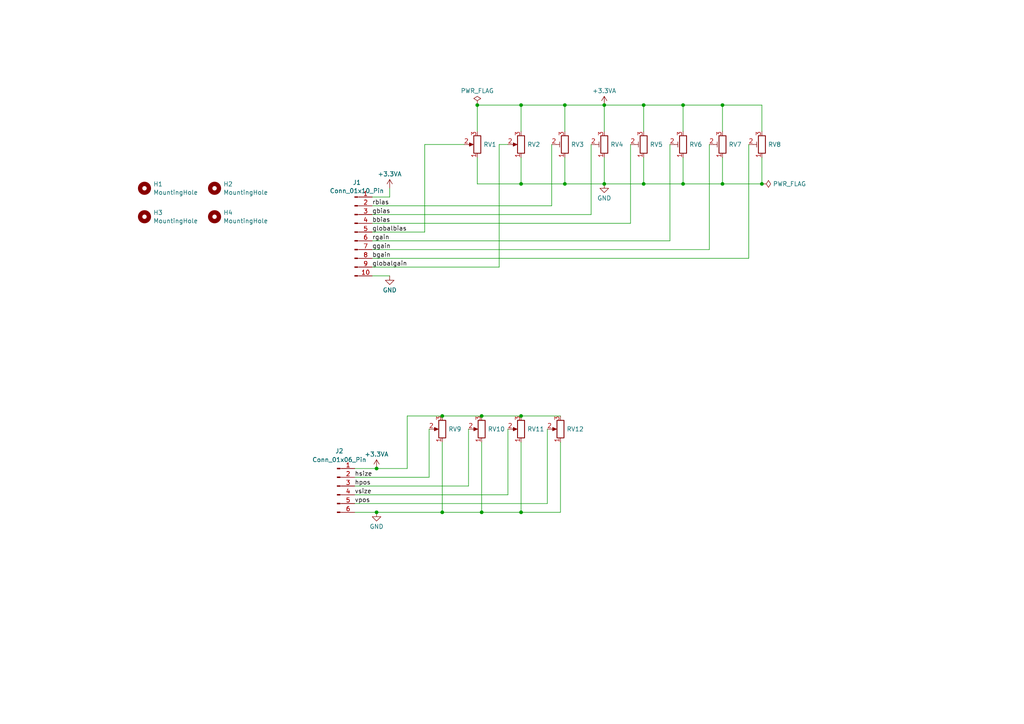
<source format=kicad_sch>
(kicad_sch (version 20250114) (generator "eeschema") (generator_version "9.0")
  (paper "A4")
  (lib_symbols
    (symbol "Connector:Conn_01x06_Pin" (pin_names (offset 1.016) (hide yes))
      (property "Reference" "J" (at 0 7.62 0))
      (property "Value" "Conn_01x06_Pin" (at 0 -10.16 0))
      (symbol "Conn_01x06_Pin_1_1"
        (rectangle (start 0.8636 5.207) (end 0 4.953) (stroke (width 0.1524)) (fill (type outline)))
        (rectangle (start 0.8636 2.667) (end 0 2.413) (stroke (width 0.1524)) (fill (type outline)))
        (rectangle (start 0.8636 0.127) (end 0 -0.127) (stroke (width 0.1524)) (fill (type outline)))
        (rectangle (start 0.8636 -2.413) (end 0 -2.667) (stroke (width 0.1524)) (fill (type outline)))
        (rectangle (start 0.8636 -4.953) (end 0 -5.207) (stroke (width 0.1524)) (fill (type outline)))
        (rectangle (start 0.8636 -7.493) (end 0 -7.747) (stroke (width 0.1524)) (fill (type outline)))
        (polyline (pts (xy 1.27 5.08) (xy 0.8636 5.08)) (stroke (width 0.1524)))
        (polyline (pts (xy 1.27 2.54) (xy 0.8636 2.54)) (stroke (width 0.1524)))
        (polyline (pts (xy 1.27 0) (xy 0.8636 0)) (stroke (width 0.1524)))
        (polyline (pts (xy 1.27 -2.54) (xy 0.8636 -2.54)) (stroke (width 0.1524)))
        (polyline (pts (xy 1.27 -5.08) (xy 0.8636 -5.08)) (stroke (width 0.1524)))
        (polyline (pts (xy 1.27 -7.62) (xy 0.8636 -7.62)) (stroke (width 0.1524)))
        (pin passive line (at 5.08 5.08 180) (length 3.81) (name "Pin_1") (number "1"))
        (pin passive line (at 5.08 2.54 180) (length 3.81) (name "Pin_2") (number "2"))
        (pin passive line (at 5.08 0 180) (length 3.81) (name "Pin_3") (number "3"))
        (pin passive line (at 5.08 -2.54 180) (length 3.81) (name "Pin_4") (number "4"))
        (pin passive line (at 5.08 -5.08 180) (length 3.81) (name "Pin_5") (number "5"))
        (pin passive line (at 5.08 -7.62 180) (length 3.81) (name "Pin_6") (number "6"))
      )
    )
    (symbol "Connector:Conn_01x10_Pin" (pin_names (offset 1.016) (hide yes))
      (property "Reference" "J" (at 0 12.7 0))
      (property "Value" "Conn_01x10_Pin" (at 0 -15.24 0))
      (symbol "Conn_01x10_Pin_1_1"
        (rectangle (start 0.8636 10.287) (end 0 10.033) (stroke (width 0.1524)) (fill (type outline)))
        (rectangle (start 0.8636 7.747) (end 0 7.493) (stroke (width 0.1524)) (fill (type outline)))
        (rectangle (start 0.8636 5.207) (end 0 4.953) (stroke (width 0.1524)) (fill (type outline)))
        (rectangle (start 0.8636 2.667) (end 0 2.413) (stroke (width 0.1524)) (fill (type outline)))
        (rectangle (start 0.8636 0.127) (end 0 -0.127) (stroke (width 0.1524)) (fill (type outline)))
        (rectangle (start 0.8636 -2.413) (end 0 -2.667) (stroke (width 0.1524)) (fill (type outline)))
        (rectangle (start 0.8636 -4.953) (end 0 -5.207) (stroke (width 0.1524)) (fill (type outline)))
        (rectangle (start 0.8636 -7.493) (end 0 -7.747) (stroke (width 0.1524)) (fill (type outline)))
        (rectangle (start 0.8636 -10.033) (end 0 -10.287) (stroke (width 0.1524)) (fill (type outline)))
        (rectangle (start 0.8636 -12.573) (end 0 -12.827) (stroke (width 0.1524)) (fill (type outline)))
        (polyline (pts (xy 1.27 10.16) (xy 0.8636 10.16)) (stroke (width 0.1524)))
        (polyline (pts (xy 1.27 7.62) (xy 0.8636 7.62)) (stroke (width 0.1524)))
        (polyline (pts (xy 1.27 5.08) (xy 0.8636 5.08)) (stroke (width 0.1524)))
        (polyline (pts (xy 1.27 2.54) (xy 0.8636 2.54)) (stroke (width 0.1524)))
        (polyline (pts (xy 1.27 0) (xy 0.8636 0)) (stroke (width 0.1524)))
        (polyline (pts (xy 1.27 -2.54) (xy 0.8636 -2.54)) (stroke (width 0.1524)))
        (polyline (pts (xy 1.27 -5.08) (xy 0.8636 -5.08)) (stroke (width 0.1524)))
        (polyline (pts (xy 1.27 -7.62) (xy 0.8636 -7.62)) (stroke (width 0.1524)))
        (polyline (pts (xy 1.27 -10.16) (xy 0.8636 -10.16)) (stroke (width 0.1524)))
        (polyline (pts (xy 1.27 -12.7) (xy 0.8636 -12.7)) (stroke (width 0.1524)))
        (pin passive line (at 5.08 10.16 180) (length 3.81) (name "Pin_1") (number "1"))
        (pin passive line (at 5.08 7.62 180) (length 3.81) (name "Pin_2") (number "2"))
        (pin passive line (at 5.08 5.08 180) (length 3.81) (name "Pin_3") (number "3"))
        (pin passive line (at 5.08 2.54 180) (length 3.81) (name "Pin_4") (number "4"))
        (pin passive line (at 5.08 0 180) (length 3.81) (name "Pin_5") (number "5"))
        (pin passive line (at 5.08 -2.54 180) (length 3.81) (name "Pin_6") (number "6"))
        (pin passive line (at 5.08 -5.08 180) (length 3.81) (name "Pin_7") (number "7"))
        (pin passive line (at 5.08 -7.62 180) (length 3.81) (name "Pin_8") (number "8"))
        (pin passive line (at 5.08 -10.16 180) (length 3.81) (name "Pin_9") (number "9"))
        (pin passive line (at 5.08 -12.7 180) (length 3.81) (name "Pin_10") (number "10"))
      )
    )
    (symbol "Device:R_Potentiometer" (pin_names (offset 1.016) (hide yes))
      (property "Reference" "RV" (at -4.445 0 90))
      (property "Value" "R_Potentiometer" (at -2.54 0 90))
      (symbol "R_Potentiometer_0_1"
        (rectangle (start 1.016 2.54) (end -1.016 -2.54) (stroke (width 0.254)))
        (polyline (pts (xy 1.143 0) (xy 2.286 0.508) (xy 2.286 -0.508) (xy 1.143 0)) (fill (type outline)))
        (polyline (pts (xy 2.54 0) (xy 1.524 0)))
      )
      (symbol "R_Potentiometer_1_1"
        (pin passive line (at 0 3.81 270) (length 1.27) (name "1") (number "1"))
        (pin passive line (at 0 -3.81 90) (length 1.27) (name "3") (number "3"))
        (pin passive line (at 3.81 0 180) (length 1.27) (name "2") (number "2"))
      )
    )
    (symbol "Device:R_Potentiometer_Trim" (pin_names (offset 1.016) (hide yes))
      (property "Reference" "RV" (at -4.445 0 90))
      (property "Value" "R_Potentiometer_Trim" (at -2.54 0 90))
      (symbol "R_Potentiometer_Trim_0_1"
        (rectangle (start 1.016 2.54) (end -1.016 -2.54) (stroke (width 0.254)))
        (polyline (pts (xy 1.524 0.762) (xy 1.524 -0.762)))
        (polyline (pts (xy 2.54 0) (xy 1.524 0)))
      )
      (symbol "R_Potentiometer_Trim_1_1"
        (pin passive line (at 0 3.81 270) (length 1.27) (name "1") (number "1"))
        (pin passive line (at 0 -3.81 90) (length 1.27) (name "3") (number "3"))
        (pin passive line (at 3.81 0 180) (length 1.27) (name "2") (number "2"))
      )
    )
    (symbol "Mechanical:MountingHole" (pin_names (offset 1.016))
      (property "Reference" "H" (at 0 5.08 0))
      (property "Value" "MountingHole" (at 0 3.175 0))
      (symbol "MountingHole_0_1"
        (circle (center 0 0) (radius 1.27) (stroke (width 1.27)))
      )
    )
    (symbol "power:+3.3VA" (power) (pin_names (offset 0))
      (property "Value" "+3.3VA" (at 0 3.556 0))
      (symbol "+3.3VA_0_1"
        (polyline (pts (xy -0.762 1.27) (xy 0 2.54)))
        (polyline (pts (xy 0 2.54) (xy 0.762 1.27)))
        (polyline (pts (xy 0 0) (xy 0 2.54)))
      )
      (symbol "+3.3VA_1_1"
        (pin power_in line (at 0 0 90) (length 0) (hide yes) (name "+3.3VA") (number "1"))
      )
    )
    (symbol "power:GND" (power) (pin_names (offset 0))
      (property "Value" "GND" (at 0 -3.81 0))
      (symbol "GND_0_1"
        (polyline (pts (xy 0 0) (xy 0 -1.27) (xy 1.27 -1.27) (xy 0 -2.54) (xy -1.27 -1.27) (xy 0 -1.27)))
      )
      (symbol "GND_1_1"
        (pin power_in line (at 0 0 270) (length 0) (hide yes) (name "GND") (number "1"))
      )
    )
    (symbol "power:PWR_FLAG" (power) (pin_numbers (hide yes)) (pin_names (offset 0) (hide yes))
      (property "Value" "PWR_FLAG" (at 0 3.81 0))
      (symbol "PWR_FLAG_0_0"
        (pin power_out line (at 0 0 90) (length 0) (name "pwr") (number "1"))
      )
      (symbol "PWR_FLAG_0_1"
        (polyline (pts (xy 0 0) (xy 0 1.27) (xy -1.016 1.905) (xy 0 2.54) (xy 1.016 1.905) (xy 0 1.27)))
      )
    )
  )
  (junction (at 139.7 148.59))
  (junction (at 163.83 30.48))
  (junction (at 198.12 53.34))
  (junction (at 186.69 53.34))
  (junction (at 151.13 148.59))
  (junction (at 139.7 120.65))
  (junction (at 175.26 30.48))
  (junction (at 220.98 53.34))
  (junction (at 151.13 53.34))
  (junction (at 151.13 30.48))
  (junction (at 109.22 135.89))
  (junction (at 128.27 120.65))
  (junction (at 198.12 30.48))
  (junction (at 151.13 120.65))
  (junction (at 186.69 30.48))
  (junction (at 138.43 30.48))
  (junction (at 163.83 53.34))
  (junction (at 175.26 53.34))
  (junction (at 109.22 148.59))
  (junction (at 209.55 30.48))
  (junction (at 128.27 148.59))
  (junction (at 209.55 53.34))
  (wire (pts (xy 124.46 138.43) (xy 124.46 124.46)))
  (wire (pts (xy 160.02 59.69) (xy 107.95 59.69)))
  (wire (pts (xy 220.98 30.48) (xy 220.98 38.1)))
  (wire (pts (xy 151.13 45.72) (xy 151.13 53.34)))
  (wire (pts (xy 102.87 138.43) (xy 124.46 138.43)))
  (wire (pts (xy 194.31 41.91) (xy 194.31 69.85)))
  (wire (pts (xy 162.56 128.27) (xy 162.56 148.59)))
  (wire (pts (xy 139.7 148.59) (xy 151.13 148.59)))
  (wire (pts (xy 163.83 30.48) (xy 163.83 38.1)))
  (wire (pts (xy 151.13 148.59) (xy 162.56 148.59)))
  (wire (pts (xy 186.69 53.34) (xy 198.12 53.34)))
  (wire (pts (xy 144.78 77.47) (xy 107.95 77.47)))
  (wire (pts (xy 163.83 53.34) (xy 175.26 53.34)))
  (wire (pts (xy 209.55 53.34) (xy 220.98 53.34)))
  (wire (pts (xy 135.89 140.97) (xy 102.87 140.97)))
  (wire (pts (xy 171.45 41.91) (xy 171.45 62.23)))
  (wire (pts (xy 128.27 128.27) (xy 128.27 148.59)))
  (wire (pts (xy 198.12 45.72) (xy 198.12 53.34)))
  (wire (pts (xy 144.78 41.91) (xy 147.32 41.91)))
  (wire (pts (xy 102.87 135.89) (xy 109.22 135.89)))
  (wire (pts (xy 186.69 30.48) (xy 186.69 38.1)))
  (wire (pts (xy 198.12 53.34) (xy 209.55 53.34)))
  (wire (pts (xy 128.27 120.65) (xy 139.7 120.65)))
  (wire (pts (xy 139.7 120.65) (xy 151.13 120.65)))
  (wire (pts (xy 182.88 64.77) (xy 107.95 64.77)))
  (wire (pts (xy 123.19 67.31) (xy 107.95 67.31)))
  (wire (pts (xy 160.02 41.91) (xy 160.02 59.69)))
  (wire (pts (xy 163.83 30.48) (xy 175.26 30.48)))
  (wire (pts (xy 198.12 30.48) (xy 209.55 30.48)))
  (wire (pts (xy 144.78 41.91) (xy 144.78 77.47)))
  (wire (pts (xy 151.13 128.27) (xy 151.13 148.59)))
  (wire (pts (xy 205.74 72.39) (xy 107.95 72.39)))
  (wire (pts (xy 109.22 148.59) (xy 128.27 148.59)))
  (wire (pts (xy 205.74 41.91) (xy 205.74 72.39)))
  (wire (pts (xy 209.55 45.72) (xy 209.55 53.34)))
  (wire (pts (xy 113.03 54.61) (xy 113.03 57.15)))
  (wire (pts (xy 138.43 30.48) (xy 151.13 30.48)))
  (wire (pts (xy 123.19 41.91) (xy 123.19 67.31)))
  (wire (pts (xy 118.11 135.89) (xy 118.11 120.65)))
  (wire (pts (xy 151.13 30.48) (xy 163.83 30.48)))
  (wire (pts (xy 138.43 30.48) (xy 138.43 38.1)))
  (wire (pts (xy 175.26 53.34) (xy 186.69 53.34)))
  (wire (pts (xy 217.17 41.91) (xy 217.17 74.93)))
  (wire (pts (xy 158.75 124.46) (xy 158.75 146.05)))
  (wire (pts (xy 109.22 135.89) (xy 118.11 135.89)))
  (wire (pts (xy 151.13 120.65) (xy 162.56 120.65)))
  (wire (pts (xy 171.45 62.23) (xy 107.95 62.23)))
  (wire (pts (xy 220.98 45.72) (xy 220.98 53.34)))
  (wire (pts (xy 158.75 146.05) (xy 102.87 146.05)))
  (wire (pts (xy 175.26 30.48) (xy 186.69 30.48)))
  (wire (pts (xy 182.88 41.91) (xy 182.88 64.77)))
  (wire (pts (xy 209.55 30.48) (xy 220.98 30.48)))
  (wire (pts (xy 107.95 80.01) (xy 113.03 80.01)))
  (wire (pts (xy 186.69 30.48) (xy 198.12 30.48)))
  (wire (pts (xy 209.55 30.48) (xy 209.55 38.1)))
  (wire (pts (xy 198.12 30.48) (xy 198.12 38.1)))
  (wire (pts (xy 135.89 124.46) (xy 135.89 140.97)))
  (wire (pts (xy 139.7 128.27) (xy 139.7 148.59)))
  (wire (pts (xy 147.32 143.51) (xy 102.87 143.51)))
  (wire (pts (xy 175.26 45.72) (xy 175.26 53.34)))
  (wire (pts (xy 128.27 148.59) (xy 139.7 148.59)))
  (wire (pts (xy 194.31 69.85) (xy 107.95 69.85)))
  (wire (pts (xy 151.13 53.34) (xy 163.83 53.34)))
  (wire (pts (xy 134.62 41.91) (xy 123.19 41.91)))
  (wire (pts (xy 175.26 30.48) (xy 175.26 38.1)))
  (wire (pts (xy 217.17 74.93) (xy 107.95 74.93)))
  (wire (pts (xy 186.69 45.72) (xy 186.69 53.34)))
  (wire (pts (xy 147.32 124.46) (xy 147.32 143.51)))
  (wire (pts (xy 151.13 30.48) (xy 151.13 38.1)))
  (wire (pts (xy 113.03 57.15) (xy 107.95 57.15)))
  (wire (pts (xy 118.11 120.65) (xy 128.27 120.65)))
  (wire (pts (xy 138.43 45.72) (xy 138.43 53.34)))
  (wire (pts (xy 138.43 53.34) (xy 151.13 53.34)))
  (wire (pts (xy 163.83 45.72) (xy 163.83 53.34)))
  (wire (pts (xy 102.87 148.59) (xy 109.22 148.59)))
  (label "gbias" (at 107.95 62.23 0))
  (label "ggain" (at 107.95 72.39 0))
  (label "rgain" (at 107.95 69.85 0))
  (label "vpos" (at 102.87 146.05 0))
  (label "bbias" (at 107.95 64.77 0))
  (label "globalgain" (at 107.95 77.47 0))
  (label "hpos" (at 102.87 140.97 0))
  (label "hsize" (at 102.87 138.43 0))
  (label "globalbias" (at 107.95 67.31 0))
  (label "bgain" (at 107.95 74.93 0))
  (label "rbias" (at 107.95 59.69 0))
  (label "vsize" (at 102.87 143.51 0))
  (symbol (lib_id "Device:R_Potentiometer_Trim") (at 186.69 41.91 180) (unit 1)
    (property "Reference" "RV5" (at 188.468 41.91 0) (effects (justify right)))
    (property "Value" "R_Potentiometer_Trim" (effects (hide yes)))
    (property "Footprint" "Potentiometer_THT:Potentiometer_Bourns_3386P_Vertical" (effects (hide yes)))
    (property "Digikey" "3386P-103TLF-ND" (effects (hide yes)))
  )
  (symbol (lib_id "power:+3.3VA") (at 113.03 54.61 0) (unit 1)
    (property "Reference" "#PWR01" (effects (hide yes)))
    (property "Value" "+3.3VA" (at 113.03 50.4769 0))
  )
  (symbol (lib_id "Connector:Conn_01x06_Pin") (at 97.79 140.97 0) (unit 1)
    (property "Reference" "J2" (at 98.425 130.81 0))
    (property "Value" "Conn_01x06_Pin" (at 98.425 133.35 0))
    (property "Footprint" "Connector_JST:JST_XH_S6B-XH-A_1x06_P2.50mm_Horizontal" (effects (hide yes)))
    (property "Description" "Generic connector, single row, 01x06, script generated" (effects (hide yes)))
    (property "Digikey" "455-S6B-XH-A-ND" (effects (hide yes)))
  )
  (symbol (lib_id "power:GND") (at 109.22 148.59 0) (unit 1)
    (property "Reference" "#PWR06" (effects (hide yes)))
    (property "Value" "GND" (at 109.22 152.7231 0))
  )
  (symbol (lib_id "Device:R_Potentiometer_Trim") (at 220.98 41.91 180) (unit 1)
    (property "Reference" "RV8" (at 222.758 41.91 0) (effects (justify right)))
    (property "Value" "R_Potentiometer_Trim" (effects (hide yes)))
    (property "Footprint" "Potentiometer_THT:Potentiometer_Bourns_3386P_Vertical" (effects (hide yes)))
    (property "Digikey" "3386P-103TLF-ND" (effects (hide yes)))
  )
  (symbol (lib_id "Mechanical:MountingHole") (at 41.91 62.865 0) (unit 1)
    (property "Reference" "H3" (at 44.45 61.6529 0) (effects (justify left)))
    (property "Value" "MountingHole" (at 44.45 64.0771 0) (effects (justify left)))
    (property "Footprint" "MountingHole:MountingHole_3.2mm_M3" (effects (hide yes)))
  )
  (symbol (lib_id "Connector:Conn_01x10_Pin") (at 102.87 67.31 0) (unit 1)
    (property "Reference" "J1" (at 103.505 52.9295 0))
    (property "Value" "Conn_01x10_Pin" (at 103.505 55.3537 0))
    (property "Footprint" "Connector_JST:JST_XH_S10B-XH-A_1x10_P2.50mm_Horizontal" (effects (hide yes)))
    (property "Digikey" "455-S10B-XH-A-ND" (effects (hide yes)))
  )
  (symbol (lib_id "power:+3.3VA") (at 175.26 30.48 0) (unit 1)
    (property "Reference" "#PWR03" (effects (hide yes)))
    (property "Value" "+3.3VA" (at 175.26 26.3469 0))
  )
  (symbol (lib_id "Mechanical:MountingHole") (at 62.23 54.61 0) (unit 1)
    (property "Reference" "H2" (at 64.77 53.3979 0) (effects (justify left)))
    (property "Value" "MountingHole" (at 64.77 55.8221 0) (effects (justify left)))
    (property "Footprint" "MountingHole:MountingHole_3.2mm_M3" (effects (hide yes)))
  )
  (symbol (lib_id "power:GND") (at 113.03 80.01 0) (unit 1)
    (property "Reference" "#PWR02" (effects (hide yes)))
    (property "Value" "GND" (at 113.03 84.1431 0))
  )
  (symbol (lib_id "power:PWR_FLAG") (at 220.98 53.34 270) (unit 1)
    (property "Reference" "#FLG02" (effects (hide yes)))
    (property "Value" "PWR_FLAG" (at 224.155 53.34 90) (effects (justify left)))
  )
  (symbol (lib_id "Device:R_Potentiometer_Trim") (at 163.83 41.91 180) (unit 1)
    (property "Reference" "RV3" (at 165.608 41.91 0) (effects (justify right)))
    (property "Value" "R_Potentiometer_Trim" (effects (hide yes)))
    (property "Footprint" "Potentiometer_THT:Potentiometer_Bourns_3386P_Vertical" (effects (hide yes)))
    (property "Digikey" "3386P-103TLF-ND" (effects (hide yes)))
  )
  (symbol (lib_id "Device:R_Potentiometer") (at 162.56 124.46 180) (unit 1)
    (property "Reference" "RV12" (at 164.338 124.46 0) (effects (justify right)))
    (property "Value" "R_Potentiometer" (effects (hide yes)))
    (property "Footprint" "Potentiometer_THT:Potentiometer_Alps_RK09K_Single_Vertical" (effects (hide yes)))
    (property "Digikey" "PTV09A-4015U-B103-ND" (effects (hide yes)))
  )
  (symbol (lib_id "power:GND") (at 175.26 53.34 0) (unit 1)
    (property "Reference" "#PWR04" (effects (hide yes)))
    (property "Value" "GND" (at 175.26 57.4731 0))
  )
  (symbol (lib_id "Device:R_Potentiometer") (at 128.27 124.46 180) (unit 1)
    (property "Reference" "RV9" (at 130.048 124.46 0) (effects (justify right)))
    (property "Value" "R_Potentiometer" (effects (hide yes)))
    (property "Footprint" "Potentiometer_THT:Potentiometer_Alps_RK09K_Single_Vertical" (effects (hide yes)))
    (property "Digikey" "PTV09A-4015U-B103-ND" (effects (hide yes)))
  )
  (symbol (lib_id "Device:R_Potentiometer") (at 151.13 41.91 180) (unit 1)
    (property "Reference" "RV2" (at 152.908 41.91 0) (effects (justify right)))
    (property "Value" "R_Potentiometer" (effects (hide yes)))
    (property "Footprint" "Potentiometer_THT:Potentiometer_Alps_RK09K_Single_Vertical" (effects (hide yes)))
    (property "Digikey" "PTV09A-4015U-B103-ND" (effects (hide yes)))
  )
  (symbol (lib_id "Device:R_Potentiometer") (at 139.7 124.46 180) (unit 1)
    (property "Reference" "RV10" (at 141.478 124.46 0) (effects (justify right)))
    (property "Value" "R_Potentiometer" (effects (hide yes)))
    (property "Footprint" "Potentiometer_THT:Potentiometer_Alps_RK09K_Single_Vertical" (effects (hide yes)))
    (property "Digikey" "PTV09A-4015U-B103-ND" (effects (hide yes)))
  )
  (symbol (lib_id "Mechanical:MountingHole") (at 62.23 62.865 0) (unit 1)
    (property "Reference" "H4" (at 64.77 61.6529 0) (effects (justify left)))
    (property "Value" "MountingHole" (at 64.77 64.0771 0) (effects (justify left)))
    (property "Footprint" "MountingHole:MountingHole_3.2mm_M3" (effects (hide yes)))
  )
  (symbol (lib_id "Device:R_Potentiometer_Trim") (at 209.55 41.91 180) (unit 1)
    (property "Reference" "RV7" (at 211.328 41.91 0) (effects (justify right)))
    (property "Value" "R_Potentiometer_Trim" (effects (hide yes)))
    (property "Footprint" "Potentiometer_THT:Potentiometer_Bourns_3386P_Vertical" (effects (hide yes)))
    (property "Digikey" "3386P-103TLF-ND" (effects (hide yes)))
  )
  (symbol (lib_id "power:PWR_FLAG") (at 138.43 30.48 0) (unit 1)
    (property "Reference" "#FLG01" (effects (hide yes)))
    (property "Value" "PWR_FLAG" (at 138.43 26.3469 0))
  )
  (symbol (lib_id "Device:R_Potentiometer_Trim") (at 175.26 41.91 180) (unit 1)
    (property "Reference" "RV4" (at 177.038 41.91 0) (effects (justify right)))
    (property "Value" "R_Potentiometer_Trim" (effects (hide yes)))
    (property "Footprint" "Potentiometer_THT:Potentiometer_Bourns_3386P_Vertical" (effects (hide yes)))
    (property "Digikey" "3386P-103TLF-ND" (effects (hide yes)))
  )
  (symbol (lib_id "Device:R_Potentiometer") (at 138.43 41.91 180) (unit 1)
    (property "Reference" "RV1" (at 140.208 41.91 0) (effects (justify right)))
    (property "Value" "R_Potentiometer" (effects (hide yes)))
    (property "Footprint" "Potentiometer_THT:Potentiometer_Alps_RK09K_Single_Vertical" (effects (hide yes)))
    (property "Digikey" "PTV09A-4015U-B103-ND" (effects (hide yes)))
  )
  (symbol (lib_id "Device:R_Potentiometer") (at 151.13 124.46 180) (unit 1)
    (property "Reference" "RV11" (at 152.908 124.46 0) (effects (justify right)))
    (property "Value" "R_Potentiometer" (effects (hide yes)))
    (property "Footprint" "Potentiometer_THT:Potentiometer_Alps_RK09K_Single_Vertical" (effects (hide yes)))
    (property "Digikey" "PTV09A-4015U-B103-ND" (effects (hide yes)))
  )
  (symbol (lib_id "Mechanical:MountingHole") (at 41.91 54.61 0) (unit 1)
    (property "Reference" "H1" (at 44.45 53.3979 0) (effects (justify left)))
    (property "Value" "MountingHole" (at 44.45 55.8221 0) (effects (justify left)))
    (property "Footprint" "MountingHole:MountingHole_3.2mm_M3" (effects (hide yes)))
  )
  (symbol (lib_id "power:+3.3VA") (at 109.22 135.89 0) (unit 1)
    (property "Reference" "#PWR05" (effects (hide yes)))
    (property "Value" "+3.3VA" (at 109.22 131.7569 0))
  )
  (symbol (lib_id "Device:R_Potentiometer_Trim") (at 198.12 41.91 180) (unit 1)
    (property "Reference" "RV6" (at 199.898 41.91 0) (effects (justify right)))
    (property "Value" "R_Potentiometer_Trim" (effects (hide yes)))
    (property "Footprint" "Potentiometer_THT:Potentiometer_Bourns_3386P_Vertical" (effects (hide yes)))
    (property "Digikey" "3386P-103TLF-ND" (effects (hide yes)))
  )
)
</source>
